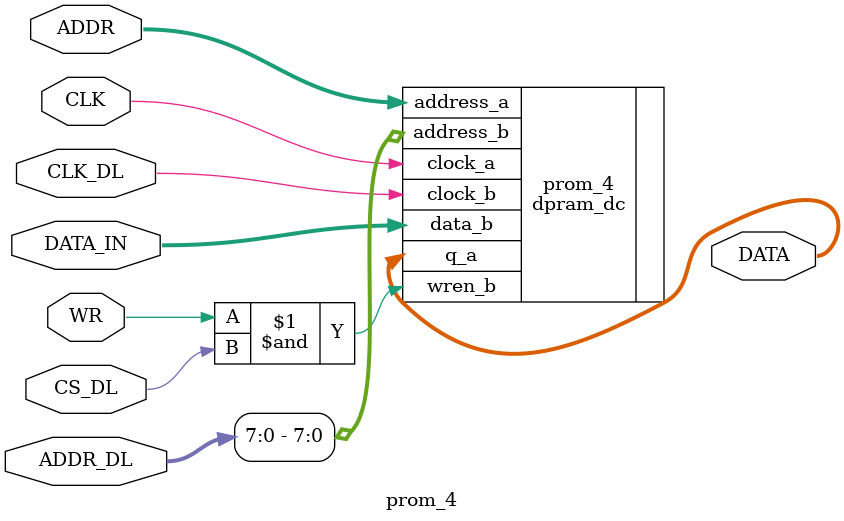
<source format=sv>


module selector
(
	input logic [24:0] ioctl_addr,
	output logic ep1_cs, ep2_cs, ep3_cs, ep4_cs, ep5_cs, ep6_cs, ep7_cs, ep8_cs, ep9_cs, snd01_cs,
	             prom1_cs, prom2_cs, prom3_cs, prom4_cs
);

	always_comb begin
		{ep1_cs, ep2_cs, ep3_cs, ep4_cs, ep5_cs, ep6_cs, ep7_cs, ep8_cs, ep9_cs, snd01_cs,
		 prom1_cs, prom2_cs, prom3_cs, prom4_cs} = 0;
		if(ioctl_addr < 'h4000)
			ep1_cs = 1; // 0x4000 14
		else if(ioctl_addr < 'h8000)
			ep2_cs = 1; // 0x4000 14
		else if(ioctl_addr < 'hC000)
			ep3_cs = 1; // 0x4000 14
		else if(ioctl_addr < 'h10000)
			ep4_cs = 1; // 0x4000 14
		else if(ioctl_addr < 'h14000)
			ep5_cs = 1; // 0x4000 14
		else if(ioctl_addr < 'h18000)
			ep6_cs = 1; // 0x4000 14
		else if(ioctl_addr < 'h1C000)
			ep7_cs = 1; // 0x4000 14
		else if(ioctl_addr < 'h20000)
			ep8_cs = 1; // 0x4000 14
		else if(ioctl_addr < 'h24000)
			ep9_cs = 1; // 0x4000 14
		else if(ioctl_addr < 'h24800)
			snd01_cs = 1; // 0x800 11
		else if(ioctl_addr < 'h24900)
			prom1_cs = 1; // 0x100  8
		else if(ioctl_addr < 'h24A00)
			prom2_cs = 1; // 0x100  8
		else if(ioctl_addr < 'h24A20)
			prom3_cs = 1; // 0x20  5
		else
			prom4_cs = 1; // 0x20  5
	end
endmodule

////////////
// EPROMS //
////////////

module eprom_1
(
	input logic        CLK,
	input logic        CLK_DL,
	input logic [13:0] ADDR,
	input logic [24:0] ADDR_DL,
	input logic [7:0]  DATA_IN,
	input logic        CS_DL,
	input logic        WR,
	output logic [7:0] DATA
);
	dpram_dc #(.widthad_a(14)) eprom_1
	(
		.clock_a(CLK),
		.address_a(ADDR[13:0]),
		.q_a(DATA[7:0]),

		.clock_b(CLK_DL),
		.address_b(ADDR_DL[13:0]),
		.data_b(DATA_IN),
		.wren_b(WR & CS_DL)
	);
endmodule

module eprom_2
(
	input logic        CLK,
	input logic        CLK_DL,
	input logic [13:0] ADDR,
	input logic [24:0] ADDR_DL,
	input logic [7:0]  DATA_IN,
	input logic        CS_DL,
	input logic        WR,
	output logic [7:0] DATA
);
	dpram_dc #(.widthad_a(14)) eprom_2
	(
		.clock_a(CLK),
		.address_a(ADDR[13:0]),
		.q_a(DATA[7:0]),

		.clock_b(CLK_DL),
		.address_b(ADDR_DL[13:0]),
		.data_b(DATA_IN),
		.wren_b(WR & CS_DL)
	);
endmodule

module eprom_3
(
	input logic        CLK,
	input logic        CLK_DL,
	input logic [13:0] ADDR,
	input logic [24:0] ADDR_DL,
	input logic [7:0]  DATA_IN,
	input logic        CS_DL,
	input logic        WR,
	output logic [7:0] DATA
);
	dpram_dc #(.widthad_a(14)) eprom_3
	(
		.clock_a(CLK),
		.address_a(ADDR[13:0]),
		.q_a(DATA[7:0]),

		.clock_b(CLK_DL),
		.address_b(ADDR_DL[13:0]),
		.data_b(DATA_IN),
		.wren_b(WR & CS_DL)
	);
endmodule

module eprom_4
(
	input logic        CLK_A,
	input logic        CLK_B,
	input logic [13:0] ADDR_A,
	input logic [24:0] ADDR_B,
	input logic [7:0]  DATA_IN,
	input logic        CS_DL,
	input logic        WR,
	output logic [7:0] DATAOUT_A,
	output logic [7:0] DATAOUT_B
);
	dpram_dc #(.widthad_a(14)) eprom_4
	(
		.clock_a(CLK_A),
		.address_a(ADDR_A[13:0]),
		.q_a(DATAOUT_A[7:0]),

		.clock_b(CLK_B),
		.address_b(ADDR_B[13:0]),
		.data_b(DATA_IN),
		.q_b(DATAOUT_B[7:0]),
		.wren_b(WR & CS_DL)
	);
endmodule

module eprom_5
(
	input logic        CLK_A,
	input logic        CLK_B,
	input logic [13:0] ADDR_A,
	input logic [24:0] ADDR_B,
	input logic [7:0]  DATA_IN,
	input logic        CS_DL,
	input logic        WR,
	output logic [7:0] DATAOUT_A,
	output logic [7:0] DATAOUT_B
);
	dpram_dc #(.widthad_a(14)) eprom_5
	(
		.clock_a(CLK_A),
		.address_a(ADDR_A[13:0]),
		.q_a(DATAOUT_A[7:0]),

		.clock_b(CLK_B),
		.address_b(ADDR_B[13:0]),
		.data_b(DATA_IN),
		.q_b(DATAOUT_B[7:0]),
		.wren_b(WR & CS_DL)
	);
endmodule

module eprom_6
(
	input logic        CLK,
	input logic        CLK_DL,
	input logic [13:0] ADDR,
	input logic [24:0] ADDR_DL,
	input logic [7:0]  DATA_IN,
	input logic        CS_DL,
	input logic        WR,
	output logic [7:0] DATA
);
	dpram_dc #(.widthad_a(14)) eprom_6
	(
		.clock_a(CLK),
		.address_a(ADDR[13:0]),
		.q_a(DATA[7:0]),

		.clock_b(CLK_DL),
		.address_b(ADDR_DL[13:0]),
		.data_b(DATA_IN),
		.wren_b(WR & CS_DL)
	);
endmodule

module eprom_7
(
	input logic        CLK,
	input logic        CLK_DL,
	input logic [13:0] ADDR,
	input logic [24:0] ADDR_DL,
	input logic [7:0]  DATA_IN,
	input logic        CS_DL,
	input logic        WR,
	output logic [7:0] DATA
);
	dpram_dc #(.widthad_a(14)) eprom_7
	(
		.clock_a(CLK),
		.address_a(ADDR[13:0]),
		.q_a(DATA[7:0]),

		.clock_b(CLK_DL),
		.address_b(ADDR_DL[13:0]),
		.data_b(DATA_IN),
		.wren_b(WR & CS_DL)
	);
endmodule

module eprom_8
(
	input logic        CLK,
	input logic        CLK_DL,
	input logic [13:0] ADDR,
	input logic [24:0] ADDR_DL,
	input logic [7:0]  DATA_IN,
	input logic        CS_DL,
	input logic        WR,
	output logic [7:0] DATA
);
	dpram_dc #(.widthad_a(14)) eprom_8
	(
		.clock_a(CLK),
		.address_a(ADDR[13:0]),
		.q_a(DATA[7:0]),

		.clock_b(CLK_DL),
		.address_b(ADDR_DL[13:0]),
		.data_b(DATA_IN),
		.wren_b(WR & CS_DL)
	);
endmodule

module eprom_9
(
	input logic        CLK,
	input logic        CLK_DL,
	input logic [13:0] ADDR,
	input logic [24:0] ADDR_DL,
	input logic [7:0]  DATA_IN,
	input logic        CS_DL,
	input logic        WR,
	output logic [7:0] DATA
);
	dpram_dc #(.widthad_a(14)) eprom_9
	(
		.clock_a(CLK),
		.address_a(ADDR[13:0]),
		.q_a(DATA[7:0]),

		.clock_b(CLK_DL),
		.address_b(ADDR_DL[13:0]),
		.data_b(DATA_IN),
		.wren_b(WR & CS_DL)
	);
endmodule

///////////////////
// EMBEDDED ROMS //
///////////////////

module kSND01_ROM
(
	input logic        CLK,
	input logic        CLK_DL,
	input logic [10:0] ADDR,
	input logic [24:0] ADDR_DL,
	input logic [7:0]  DATA_IN,
	input logic        CS_DL,
	input logic        WR,
	output logic [7:0] DATA
);
	dpram_dc #(.widthad_a(11)) kSND01_ROM
	(
		.clock_a(CLK),
		.address_a(ADDR[10:0]),
		.q_a(DATA[7:0]),

		.clock_b(CLK_DL),
		.address_b(ADDR_DL[10:0]),
		.data_b(DATA_IN),
		.wren_b(WR & CS_DL)
	);
endmodule

///////////
// PROMS //
///////////

module prom_1
(
	input logic        CLK,
	input logic        CLK_DL,
	input logic [7:0]  ADDR,
	input logic [24:0] ADDR_DL,
	input logic [3:0]  DATA_IN,
	input logic        CS_DL,
	input logic        WR,
	output logic [3:0] DATA
);
	dpram_dc #(.widthad_a(8)) prom_1
	(
		.clock_a(CLK),
		.address_a(ADDR),
		.q_a(DATA[3:0]),

		.clock_b(CLK_DL),
		.address_b(ADDR_DL[7:0]),
		.data_b(DATA_IN),
		.wren_b(WR & CS_DL)
	);
endmodule

module prom_2
(
	input logic        CLK,
	input logic        CLK_DL,
	input logic [7:0]  ADDR,
	input logic [24:0] ADDR_DL,
	input logic [3:0]  DATA_IN,
	input logic        CS_DL,
	input logic        WR,
	output logic [3:0] DATA
);
	dpram_dc #(.widthad_a(8)) prom_2
	(
		.clock_a(CLK),
		.address_a(ADDR),
		.q_a(DATA[3:0]),

		.clock_b(CLK_DL),
		.address_b(ADDR_DL[7:0]),
		.data_b(DATA_IN),
		.wren_b(WR & CS_DL)
	);
endmodule

module prom_3
(
	input logic        CLK,
	input logic        CLK_DL,
	input logic [4:0]  ADDR,
	input logic [24:0] ADDR_DL,
	input logic [7:0]  DATA_IN,
	input logic        CS_DL,
	input logic        WR,
	output logic [7:0] DATA
);
	dpram_dc #(.widthad_a(5)) prom_3
	(
		.clock_a(CLK),
		.address_a(ADDR),
		.q_a(DATA[7:0]),

		.clock_b(CLK_DL),
		.address_b(ADDR_DL[7:0]),
		.data_b(DATA_IN),
		.wren_b(WR & CS_DL)
	);
endmodule

module prom_4
(
	input logic        CLK,
	input logic        CLK_DL,
	input logic [4:0]  ADDR,
	input logic [24:0] ADDR_DL,
	input logic [7:0]  DATA_IN,
	input logic        CS_DL,
	input logic        WR,
	output logic [7:0] DATA
);
	dpram_dc #(.widthad_a(5)) prom_4
	(
		.clock_a(CLK),
		.address_a(ADDR),
		.q_a(DATA[7:0]),

		.clock_b(CLK_DL),
		.address_b(ADDR_DL[7:0]),
		.data_b(DATA_IN),
		.wren_b(WR & CS_DL)
	);
endmodule

</source>
